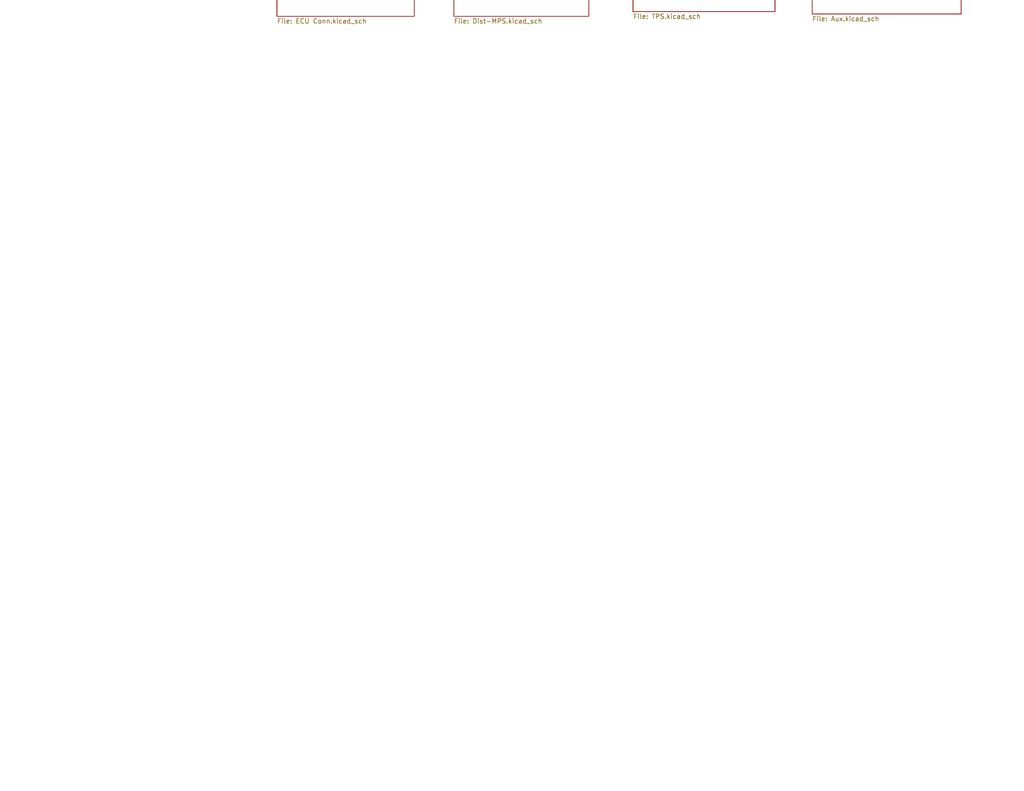
<source format=kicad_sch>
(kicad_sch (version 20230121) (generator eeschema)
  (paper "A")
  (title_block (title "D-Jetronic 0 280 000 034 ECU for Volvo") (date "2023-12-26") (comment 1 "Redrawn by David Farrington") (comment 2 "Copied from Dale Rembold") (comment 3 "Following Layout by F.W. Kerfoot"))
  (lib_symbols)
  (sheet (at 123.825 -26.035) (size 36.83 30.48) (stroke (width 0.1524))
    (property "Sheetname" "Dist-MPS" (at 123.825 -26.7466 0) (effects (justify left bottom)))
    (property "Sheetfile" "Dist-MPS.kicad_sch" (at 123.825 5.0296 0) (effects (justify left top)))
  )
  (sheet (at 172.72 -26.035) (size 38.735 29.21) (stroke (width 0.1524))
    (property "Sheetname" "TPS" (at 172.72 -26.7466 0) (effects (justify left bottom)))
    (property "Sheetfile" "TPS.kicad_sch" (at 172.72 3.7596 0) (effects (justify left top)))
  )
  (sheet (at 221.615 -26.035) (size 40.64 29.845) (stroke (width 0.1524))
    (property "Sheetname" "Aux" (at 221.615 -26.7466 0) (effects (justify left bottom)))
    (property "Sheetfile" "Aux.kicad_sch" (at 221.615 4.3946 0) (effects (justify left top)))
  )
  (sheet (at 75.565 -27.305) (size 37.465 31.75) (stroke (width 0.1524))
    (property "Sheetname" "Edge Connector" (at 75.565 -28.0166 0) (effects (justify left bottom)))
    (property "Sheetfile" "ECU Conn.kicad_sch" (at 75.565 5.0296 0) (effects (justify left top)))
  )
)
</source>
